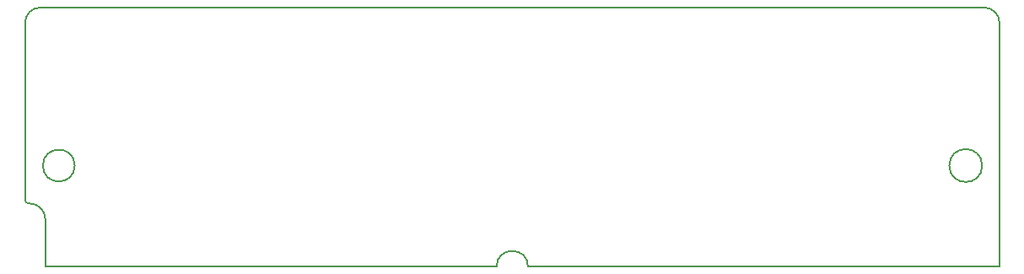
<source format=gm1>
G04 #@! TF.GenerationSoftware,KiCad,Pcbnew,(5.1.5-0-10_14)*
G04 #@! TF.CreationDate,2020-05-17T02:55:49-04:00*
G04 #@! TF.ProjectId,ROMSIMM,524f4d53-494d-44d2-9e6b-696361645f70,rev?*
G04 #@! TF.SameCoordinates,Original*
G04 #@! TF.FileFunction,Profile,NP*
%FSLAX46Y46*%
G04 Gerber Fmt 4.6, Leading zero omitted, Abs format (unit mm)*
G04 Created by KiCad (PCBNEW (5.1.5-0-10_14)) date 2020-05-17 02:55:49*
%MOMM*%
%LPD*%
G04 APERTURE LIST*
%ADD10C,0.150000*%
G04 APERTURE END LIST*
D10*
X169545000Y-127635000D02*
X169545000Y-103124000D01*
X73787000Y-122872500D02*
X73787000Y-127635000D01*
X168021000Y-101600000D02*
G75*
G02X169545000Y-103124000I0J-1524000D01*
G01*
X71755000Y-103124000D02*
G75*
G02X73279000Y-101600000I1524000J0D01*
G01*
X72136000Y-121285000D02*
G75*
G02X71755000Y-120904000I0J381000D01*
G01*
X72136000Y-121285000D02*
X72199500Y-121285000D01*
X76733200Y-117475000D02*
G75*
G03X76733200Y-117475000I-1600000J0D01*
G01*
X167817800Y-117475000D02*
G75*
G03X167817800Y-117475000I-1651000J0D01*
G01*
X73787000Y-127635000D02*
X119062500Y-127635000D01*
X122237500Y-127635000D02*
X169545000Y-127635000D01*
X71755000Y-120904000D02*
X71755000Y-103124000D01*
X72199500Y-121285000D02*
G75*
G02X73787000Y-122872500I0J-1587500D01*
G01*
X119062500Y-127635000D02*
G75*
G02X122237500Y-127635000I1587500J0D01*
G01*
X73279000Y-101600000D02*
X168021000Y-101600000D01*
M02*

</source>
